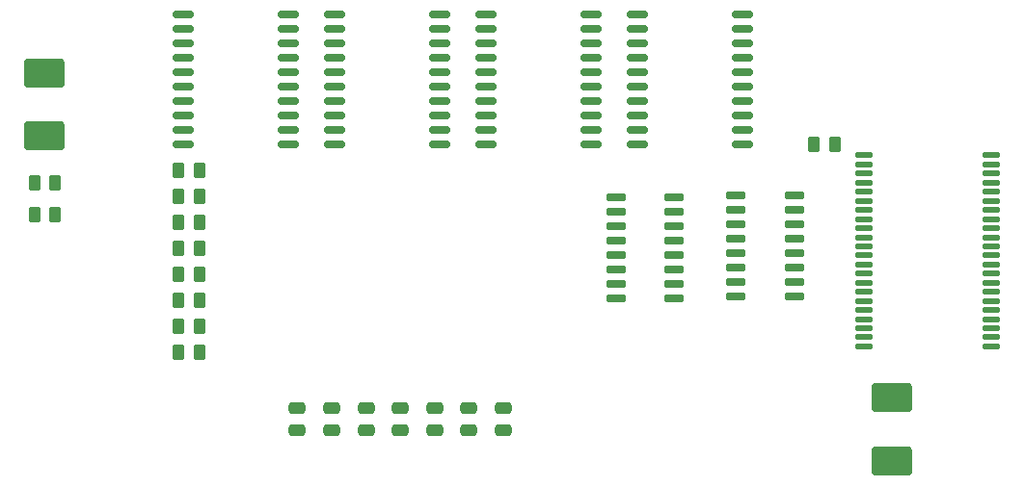
<source format=gbr>
%TF.GenerationSoftware,KiCad,Pcbnew,8.0.4+dfsg-1*%
%TF.CreationDate,2024-11-13T23:12:42-05:00*%
%TF.ProjectId,VGA_SRAM_Shield,5647415f-5352-4414-9d5f-536869656c64,rev?*%
%TF.SameCoordinates,Original*%
%TF.FileFunction,Paste,Bot*%
%TF.FilePolarity,Positive*%
%FSLAX46Y46*%
G04 Gerber Fmt 4.6, Leading zero omitted, Abs format (unit mm)*
G04 Created by KiCad (PCBNEW 8.0.4+dfsg-1) date 2024-11-13 23:12:42*
%MOMM*%
%LPD*%
G01*
G04 APERTURE LIST*
G04 Aperture macros list*
%AMRoundRect*
0 Rectangle with rounded corners*
0 $1 Rounding radius*
0 $2 $3 $4 $5 $6 $7 $8 $9 X,Y pos of 4 corners*
0 Add a 4 corners polygon primitive as box body*
4,1,4,$2,$3,$4,$5,$6,$7,$8,$9,$2,$3,0*
0 Add four circle primitives for the rounded corners*
1,1,$1+$1,$2,$3*
1,1,$1+$1,$4,$5*
1,1,$1+$1,$6,$7*
1,1,$1+$1,$8,$9*
0 Add four rect primitives between the rounded corners*
20,1,$1+$1,$2,$3,$4,$5,0*
20,1,$1+$1,$4,$5,$6,$7,0*
20,1,$1+$1,$6,$7,$8,$9,0*
20,1,$1+$1,$8,$9,$2,$3,0*%
G04 Aperture macros list end*
%ADD10RoundRect,0.250000X-0.475000X0.250000X-0.475000X-0.250000X0.475000X-0.250000X0.475000X0.250000X0*%
%ADD11RoundRect,0.150000X0.800000X0.150000X-0.800000X0.150000X-0.800000X-0.150000X0.800000X-0.150000X0*%
%ADD12RoundRect,0.150000X0.725000X0.150000X-0.725000X0.150000X-0.725000X-0.150000X0.725000X-0.150000X0*%
%ADD13RoundRect,0.250000X-0.262500X-0.450000X0.262500X-0.450000X0.262500X0.450000X-0.262500X0.450000X0*%
%ADD14RoundRect,0.250000X0.262500X0.450000X-0.262500X0.450000X-0.262500X-0.450000X0.262500X-0.450000X0*%
%ADD15RoundRect,0.249999X1.500001X-1.025001X1.500001X1.025001X-1.500001X1.025001X-1.500001X-1.025001X0*%
%ADD16RoundRect,0.137500X0.625000X0.137500X-0.625000X0.137500X-0.625000X-0.137500X0.625000X-0.137500X0*%
G04 APERTURE END LIST*
D10*
%TO.C,C4*%
X64605000Y-171516000D03*
X64605000Y-173416000D03*
%TD*%
D11*
%TO.C,U14*%
X94657300Y-136855200D03*
X94657300Y-138125200D03*
X94657300Y-139395200D03*
X94657300Y-140665200D03*
X94657300Y-141935200D03*
X94657300Y-143205200D03*
X94657300Y-144475200D03*
X94657300Y-145745200D03*
X94657300Y-147015200D03*
X94657300Y-148285200D03*
X85457300Y-148285200D03*
X85457300Y-147015200D03*
X85457300Y-145745200D03*
X85457300Y-144475200D03*
X85457300Y-143205200D03*
X85457300Y-141935200D03*
X85457300Y-140665200D03*
X85457300Y-139395200D03*
X85457300Y-138125200D03*
X85457300Y-136855200D03*
%TD*%
D10*
%TO.C,C8*%
X73635000Y-171516000D03*
X73635000Y-173416000D03*
%TD*%
D12*
%TO.C,U4*%
X88681000Y-152984200D03*
X88681000Y-154254200D03*
X88681000Y-155524200D03*
X88681000Y-156794200D03*
X88681000Y-158064200D03*
X88681000Y-159334200D03*
X88681000Y-160604200D03*
X88681000Y-161874200D03*
X83531000Y-161874200D03*
X83531000Y-160604200D03*
X83531000Y-159334200D03*
X83531000Y-158064200D03*
X83531000Y-156794200D03*
X83531000Y-155524200D03*
X83531000Y-154254200D03*
X83531000Y-152984200D03*
%TD*%
D13*
%TO.C,R1*%
X45124200Y-161986000D03*
X46949200Y-161986000D03*
%TD*%
D10*
%TO.C,C7*%
X70625000Y-171516000D03*
X70625000Y-173416000D03*
%TD*%
D11*
%TO.C,U12*%
X68072000Y-136855200D03*
X68072000Y-138125200D03*
X68072000Y-139395200D03*
X68072000Y-140665200D03*
X68072000Y-141935200D03*
X68072000Y-143205200D03*
X68072000Y-144475200D03*
X68072000Y-145745200D03*
X68072000Y-147015200D03*
X68072000Y-148285200D03*
X58872000Y-148285200D03*
X58872000Y-147015200D03*
X58872000Y-145745200D03*
X58872000Y-144475200D03*
X58872000Y-143205200D03*
X58872000Y-141935200D03*
X58872000Y-140665200D03*
X58872000Y-139395200D03*
X58872000Y-138125200D03*
X58872000Y-136855200D03*
%TD*%
D13*
%TO.C,R8*%
X45124200Y-159700000D03*
X46949200Y-159700000D03*
%TD*%
%TO.C,R4*%
X45124200Y-164272000D03*
X46949200Y-164272000D03*
%TD*%
D14*
%TO.C,R2*%
X46949200Y-157414000D03*
X45124200Y-157414000D03*
%TD*%
D15*
%TO.C,C9*%
X33350200Y-147536000D03*
X33350200Y-141986000D03*
%TD*%
%TO.C,C6*%
X107772200Y-176136400D03*
X107772200Y-170586400D03*
%TD*%
D12*
%TO.C,U3*%
X99237800Y-152755600D03*
X99237800Y-154025600D03*
X99237800Y-155295600D03*
X99237800Y-156565600D03*
X99237800Y-157835600D03*
X99237800Y-159105600D03*
X99237800Y-160375600D03*
X99237800Y-161645600D03*
X94087800Y-161645600D03*
X94087800Y-160375600D03*
X94087800Y-159105600D03*
X94087800Y-157835600D03*
X94087800Y-156565600D03*
X94087800Y-155295600D03*
X94087800Y-154025600D03*
X94087800Y-152755600D03*
%TD*%
D10*
%TO.C,C5*%
X67615000Y-171516000D03*
X67615000Y-173416000D03*
%TD*%
%TO.C,C1*%
X55575000Y-171516000D03*
X55575000Y-173416000D03*
%TD*%
D16*
%TO.C,U1*%
X116484400Y-149264800D03*
X116484400Y-150064800D03*
X116484400Y-150864800D03*
X116484400Y-151664800D03*
X116484400Y-152464800D03*
X116484400Y-153264800D03*
X116484400Y-154064800D03*
X116484400Y-154864800D03*
X116484400Y-155664800D03*
X116484400Y-156464800D03*
X116484400Y-157264800D03*
X116484400Y-158064800D03*
X116484400Y-158864800D03*
X116484400Y-159664800D03*
X116484400Y-160464800D03*
X116484400Y-161264800D03*
X116484400Y-162064800D03*
X116484400Y-162864800D03*
X116484400Y-163664800D03*
X116484400Y-164464800D03*
X116484400Y-165264800D03*
X116484400Y-166064800D03*
X105309400Y-166064800D03*
X105309400Y-165264800D03*
X105309400Y-164464800D03*
X105309400Y-163664800D03*
X105309400Y-162864800D03*
X105309400Y-162064800D03*
X105309400Y-161264800D03*
X105309400Y-160464800D03*
X105309400Y-159664800D03*
X105309400Y-158864800D03*
X105309400Y-158064800D03*
X105309400Y-157264800D03*
X105309400Y-156464800D03*
X105309400Y-155664800D03*
X105309400Y-154864800D03*
X105309400Y-154064800D03*
X105309400Y-153264800D03*
X105309400Y-152464800D03*
X105309400Y-151664800D03*
X105309400Y-150864800D03*
X105309400Y-150064800D03*
X105309400Y-149264800D03*
%TD*%
D14*
%TO.C,R5*%
X46949200Y-155128000D03*
X45124200Y-155128000D03*
%TD*%
%TO.C,R7*%
X46949200Y-166558000D03*
X45124200Y-166558000D03*
%TD*%
D10*
%TO.C,C3*%
X61595000Y-171516000D03*
X61595000Y-173416000D03*
%TD*%
D13*
%TO.C,R11*%
X32500000Y-151650000D03*
X34325000Y-151650000D03*
%TD*%
D11*
%TO.C,U13*%
X81364700Y-136855200D03*
X81364700Y-138125200D03*
X81364700Y-139395200D03*
X81364700Y-140665200D03*
X81364700Y-141935200D03*
X81364700Y-143205200D03*
X81364700Y-144475200D03*
X81364700Y-145745200D03*
X81364700Y-147015200D03*
X81364700Y-148285200D03*
X72164700Y-148285200D03*
X72164700Y-147015200D03*
X72164700Y-145745200D03*
X72164700Y-144475200D03*
X72164700Y-143205200D03*
X72164700Y-141935200D03*
X72164700Y-140665200D03*
X72164700Y-139395200D03*
X72164700Y-138125200D03*
X72164700Y-136855200D03*
%TD*%
%TO.C,U11*%
X54779300Y-136855200D03*
X54779300Y-138125200D03*
X54779300Y-139395200D03*
X54779300Y-140665200D03*
X54779300Y-141935200D03*
X54779300Y-143205200D03*
X54779300Y-144475200D03*
X54779300Y-145745200D03*
X54779300Y-147015200D03*
X54779300Y-148285200D03*
X45579300Y-148285200D03*
X45579300Y-147015200D03*
X45579300Y-145745200D03*
X45579300Y-144475200D03*
X45579300Y-143205200D03*
X45579300Y-141935200D03*
X45579300Y-140665200D03*
X45579300Y-139395200D03*
X45579300Y-138125200D03*
X45579300Y-136855200D03*
%TD*%
D10*
%TO.C,C2*%
X58585000Y-171516000D03*
X58585000Y-173416000D03*
%TD*%
D14*
%TO.C,R6*%
X46949200Y-150606800D03*
X45124200Y-150606800D03*
%TD*%
D13*
%TO.C,R12*%
X32500000Y-154444000D03*
X34325000Y-154444000D03*
%TD*%
%TO.C,R10*%
X100925000Y-148250000D03*
X102750000Y-148250000D03*
%TD*%
D14*
%TO.C,R3*%
X46949200Y-152892800D03*
X45124200Y-152892800D03*
%TD*%
M02*

</source>
